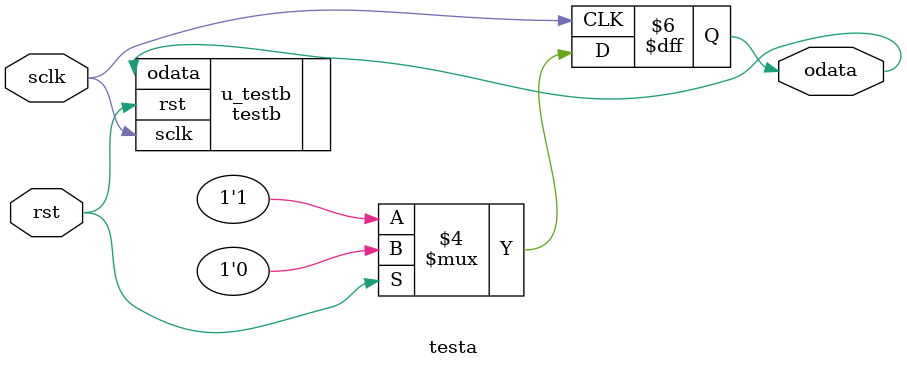
<source format=v>
module testa(
input	   wire	            sclk,
input	   wire 							rst,
output	reg   odata
	);
always @(posedge sclk) begin
	if(rst == 1'b1) begin
		odata <= 1'b0;
	end
	else begin
		odata <= 1'b1;
	end
end

testb u_testb(
	.sclk  (sclk  ),
	.rst   (rst   ),
	.odata (odata )
);

endmodule
</source>
